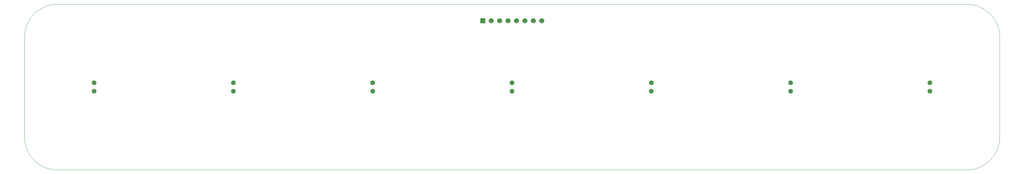
<source format=gtl>
G04 EAGLE Gerber RS-274X export*
G75*
%MOMM*%
%FSLAX34Y34*%
%LPD*%
%INTop Layer*%
%IPPOS*%
%AMOC8*
5,1,8,0,0,1.08239X$1,22.5*%
G01*
%ADD10C,0.000000*%
%ADD11C,1.530000*%
%ADD12R,1.530000X1.530000*%
%ADD13P,1.429621X8X292.500000*%


D10*
X100000Y0D02*
X2840000Y0D01*
X2842416Y29D01*
X2844831Y117D01*
X2847243Y263D01*
X2849651Y467D01*
X2852054Y729D01*
X2854449Y1049D01*
X2856836Y1427D01*
X2859213Y1863D01*
X2861578Y2356D01*
X2863932Y2906D01*
X2866271Y3512D01*
X2868595Y4175D01*
X2870902Y4894D01*
X2873191Y5669D01*
X2875460Y6498D01*
X2877709Y7383D01*
X2879936Y8321D01*
X2882140Y9313D01*
X2884319Y10357D01*
X2886472Y11454D01*
X2888598Y12603D01*
X2890696Y13803D01*
X2892764Y15053D01*
X2894801Y16353D01*
X2896806Y17702D01*
X2898779Y19098D01*
X2900716Y20542D01*
X2902619Y22033D01*
X2904484Y23568D01*
X2906312Y25149D01*
X2908102Y26773D01*
X2909851Y28440D01*
X2911560Y30149D01*
X2913227Y31898D01*
X2914851Y33688D01*
X2916432Y35516D01*
X2917967Y37381D01*
X2919458Y39284D01*
X2920902Y41221D01*
X2922298Y43194D01*
X2923647Y45199D01*
X2924947Y47236D01*
X2926197Y49304D01*
X2927397Y51402D01*
X2928546Y53528D01*
X2929643Y55681D01*
X2930687Y57860D01*
X2931679Y60064D01*
X2932617Y62291D01*
X2933502Y64540D01*
X2934331Y66809D01*
X2935106Y69098D01*
X2935825Y71405D01*
X2936488Y73729D01*
X2937094Y76068D01*
X2937644Y78422D01*
X2938137Y80787D01*
X2938573Y83164D01*
X2938951Y85551D01*
X2939271Y87946D01*
X2939533Y90349D01*
X2939737Y92757D01*
X2939883Y95169D01*
X2939971Y97584D01*
X2940000Y100000D01*
X2940000Y400000D01*
X2939971Y402416D01*
X2939883Y404831D01*
X2939737Y407243D01*
X2939533Y409651D01*
X2939271Y412054D01*
X2938951Y414449D01*
X2938573Y416836D01*
X2938137Y419213D01*
X2937644Y421578D01*
X2937094Y423932D01*
X2936488Y426271D01*
X2935825Y428595D01*
X2935106Y430902D01*
X2934331Y433191D01*
X2933502Y435460D01*
X2932617Y437709D01*
X2931679Y439936D01*
X2930687Y442140D01*
X2929643Y444319D01*
X2928546Y446472D01*
X2927397Y448598D01*
X2926197Y450696D01*
X2924947Y452764D01*
X2923647Y454801D01*
X2922298Y456806D01*
X2920902Y458779D01*
X2919458Y460716D01*
X2917967Y462619D01*
X2916432Y464484D01*
X2914851Y466312D01*
X2913227Y468102D01*
X2911560Y469851D01*
X2909851Y471560D01*
X2908102Y473227D01*
X2906312Y474851D01*
X2904484Y476432D01*
X2902619Y477967D01*
X2900716Y479458D01*
X2898779Y480902D01*
X2896806Y482298D01*
X2894801Y483647D01*
X2892764Y484947D01*
X2890696Y486197D01*
X2888598Y487397D01*
X2886472Y488546D01*
X2884319Y489643D01*
X2882140Y490687D01*
X2879936Y491679D01*
X2877709Y492617D01*
X2875460Y493502D01*
X2873191Y494331D01*
X2870902Y495106D01*
X2868595Y495825D01*
X2866271Y496488D01*
X2863932Y497094D01*
X2861578Y497644D01*
X2859213Y498137D01*
X2856836Y498573D01*
X2854449Y498951D01*
X2852054Y499271D01*
X2849651Y499533D01*
X2847243Y499737D01*
X2844831Y499883D01*
X2842416Y499971D01*
X2840000Y500000D01*
X100000Y500000D01*
X97584Y499971D01*
X95169Y499883D01*
X92757Y499737D01*
X90349Y499533D01*
X87946Y499271D01*
X85551Y498951D01*
X83164Y498573D01*
X80787Y498137D01*
X78422Y497644D01*
X76068Y497094D01*
X73729Y496488D01*
X71405Y495825D01*
X69098Y495106D01*
X66809Y494331D01*
X64540Y493502D01*
X62291Y492617D01*
X60064Y491679D01*
X57860Y490687D01*
X55681Y489643D01*
X53528Y488546D01*
X51402Y487397D01*
X49304Y486197D01*
X47236Y484947D01*
X45199Y483647D01*
X43194Y482298D01*
X41221Y480902D01*
X39284Y479458D01*
X37381Y477967D01*
X35516Y476432D01*
X33688Y474851D01*
X31898Y473227D01*
X30149Y471560D01*
X28440Y469851D01*
X26773Y468102D01*
X25149Y466312D01*
X23568Y464484D01*
X22033Y462619D01*
X20542Y460716D01*
X19098Y458779D01*
X17702Y456806D01*
X16353Y454801D01*
X15053Y452764D01*
X13803Y450696D01*
X12603Y448598D01*
X11454Y446472D01*
X10357Y444319D01*
X9313Y442140D01*
X8321Y439936D01*
X7383Y437709D01*
X6498Y435460D01*
X5669Y433191D01*
X4894Y430902D01*
X4175Y428595D01*
X3512Y426271D01*
X2906Y423932D01*
X2356Y421578D01*
X1863Y419213D01*
X1427Y416836D01*
X1049Y414449D01*
X729Y412054D01*
X467Y409651D01*
X263Y407243D01*
X117Y404831D01*
X29Y402416D01*
X0Y400000D01*
X0Y100000D01*
X29Y97584D01*
X117Y95169D01*
X263Y92757D01*
X467Y90349D01*
X729Y87946D01*
X1049Y85551D01*
X1427Y83164D01*
X1863Y80787D01*
X2356Y78422D01*
X2906Y76068D01*
X3512Y73729D01*
X4175Y71405D01*
X4894Y69098D01*
X5669Y66809D01*
X6498Y64540D01*
X7383Y62291D01*
X8321Y60064D01*
X9313Y57860D01*
X10357Y55681D01*
X11454Y53528D01*
X12603Y51402D01*
X13803Y49304D01*
X15053Y47236D01*
X16353Y45199D01*
X17702Y43194D01*
X19098Y41221D01*
X20542Y39284D01*
X22033Y37381D01*
X23568Y35516D01*
X25149Y33688D01*
X26773Y31898D01*
X28440Y30149D01*
X30149Y28440D01*
X31898Y26773D01*
X33688Y25149D01*
X35516Y23568D01*
X37381Y22033D01*
X39284Y20542D01*
X41221Y19098D01*
X43194Y17702D01*
X45199Y16353D01*
X47236Y15053D01*
X49304Y13803D01*
X51402Y12603D01*
X53528Y11454D01*
X55681Y10357D01*
X57860Y9313D01*
X60064Y8321D01*
X62291Y7383D01*
X64540Y6498D01*
X66809Y5669D01*
X69098Y4894D01*
X71405Y4175D01*
X73729Y3512D01*
X76068Y2906D01*
X78422Y2356D01*
X80787Y1863D01*
X83164Y1427D01*
X85551Y1049D01*
X87946Y729D01*
X90349Y467D01*
X92757Y263D01*
X95169Y117D01*
X97584Y29D01*
X100000Y0D01*
D11*
X1432300Y450000D03*
X1457700Y450000D03*
X1483100Y450000D03*
X1508500Y450000D03*
X1406900Y450000D03*
D12*
X1381500Y450000D03*
D11*
X1533900Y450000D03*
X1559300Y450000D03*
D13*
X210000Y262700D03*
X210000Y237300D03*
X630000Y262700D03*
X630000Y237300D03*
X1050000Y262700D03*
X1050000Y237300D03*
X1470000Y262700D03*
X1470000Y237300D03*
X1890000Y262700D03*
X1890000Y237300D03*
X2310000Y262700D03*
X2310000Y237300D03*
X2730000Y262700D03*
X2730000Y237300D03*
M02*

</source>
